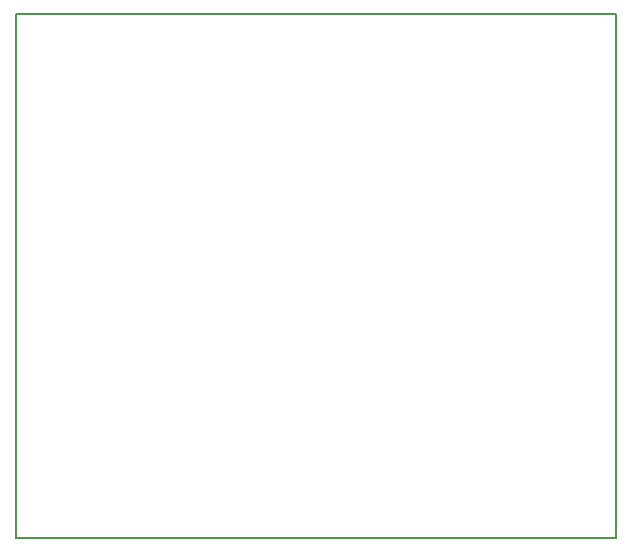
<source format=gbo>
G04 MADE WITH FRITZING*
G04 WWW.FRITZING.ORG*
G04 DOUBLE SIDED*
G04 HOLES PLATED*
G04 CONTOUR ON CENTER OF CONTOUR VECTOR*
%ASAXBY*%
%FSLAX23Y23*%
%MOIN*%
%OFA0B0*%
%SFA1.0B1.0*%
%ADD10R,2.007870X1.751970X1.991870X1.735970*%
%ADD11C,0.008000*%
%LNSILK0*%
G90*
G70*
G54D11*
X4Y1748D02*
X2004Y1748D01*
X2004Y4D01*
X4Y4D01*
X4Y1748D01*
D02*
G04 End of Silk0*
M02*
</source>
